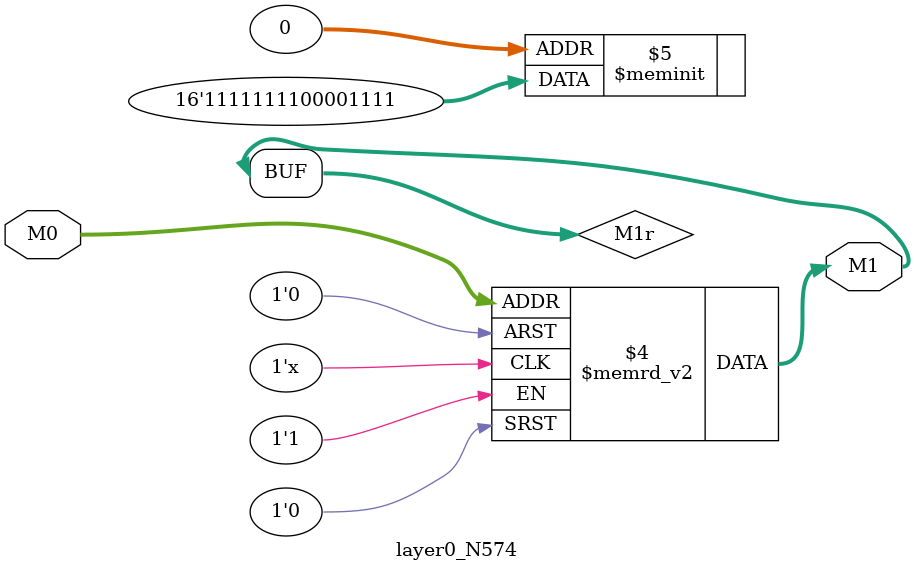
<source format=v>
module layer0_N574 ( input [2:0] M0, output [1:0] M1 );

	(*rom_style = "distributed" *) reg [1:0] M1r;
	assign M1 = M1r;
	always @ (M0) begin
		case (M0)
			3'b000: M1r = 2'b11;
			3'b100: M1r = 2'b11;
			3'b010: M1r = 2'b00;
			3'b110: M1r = 2'b11;
			3'b001: M1r = 2'b11;
			3'b101: M1r = 2'b11;
			3'b011: M1r = 2'b00;
			3'b111: M1r = 2'b11;

		endcase
	end
endmodule

</source>
